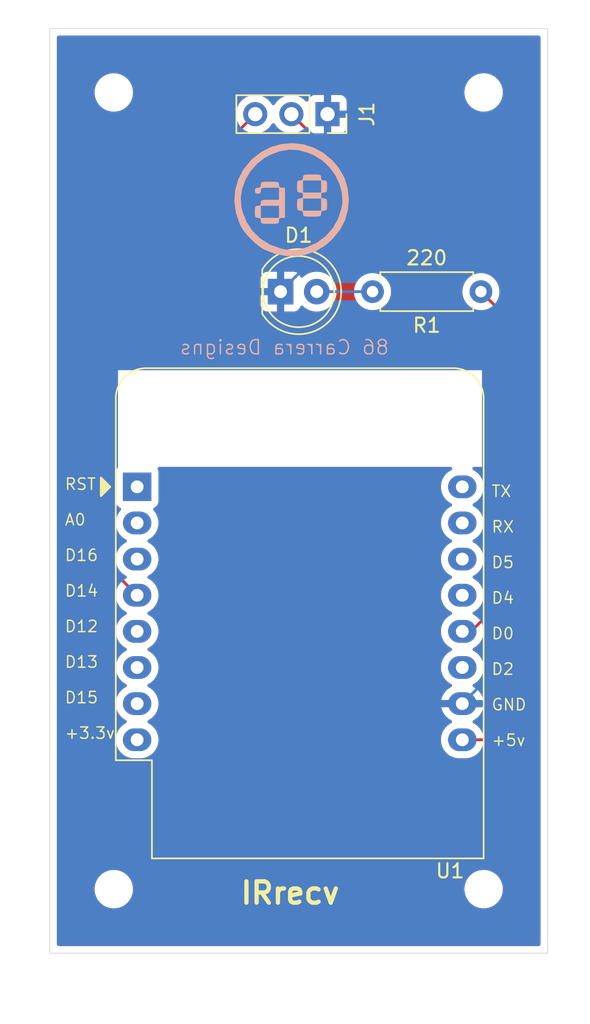
<source format=kicad_pcb>
(kicad_pcb (version 20241229) (generator "pcbnew") (generator_version "9.0")
  (layers (0 "F.Cu" signal) (2 "B.Cu" signal) (13 "F.Paste" user) (15 "B.Paste" user) (5 "F.SilkS" user "F.Silkscreen") (7 "B.SilkS" user "B.Silkscreen") (1 "F.Mask" user) (3 "B.Mask" user) (25 "Edge.Cuts" user))
  (net 0 "")
  (net 1 "GND")
  (net 2 "Net-(D1-A)")
  (net 4 "Net-(J1-Pin_3)")
  (net 5 "Net-(J1-Pin_2)")
  (net 8 "Net-(U1-D0)")
  (footprint "RF_Module:WEMOS_D1_mini_light" (layer "F.Cu") (at 96.14 97.22)
    (property "Reference" "U1" (at 22 27 0) (layer "F.SilkS"))
    (property "Value" "WEMOS_D1_mini_V4")
    (fp_line (start -1.5 19.22) (end -1.5 -6.21) (stroke (width 0.12)) (layer "F.SilkS"))
    (fp_line (start -1.5 19.22) (end 1.04 19.22) (stroke (width 0.12)) (layer "F.SilkS"))
    (fp_line (start 1.04 19.22) (end 1.04 26.12) (stroke (width 0.12)) (layer "F.SilkS"))
    (fp_line (start 1.04 26.12) (end 24.36 26.12) (stroke (width 0.12)) (layer "F.SilkS"))
    (fp_line (start 22.24 -8.34) (end 0.63 -8.34) (stroke (width 0.12)) (layer "F.SilkS"))
    (fp_line (start 24.36 26.12) (end 24.36 -6.21) (stroke (width 0.12)) (layer "F.SilkS"))
    (fp_arc (start -1.5 -6.21) (mid -0.876137 -7.716137) (end 0.63 -8.34) (stroke (width 0.12)) (layer "F.SilkS"))
    (fp_arc (start 22.23 -8.34) (mid 23.736137 -7.716137) (end 24.36 -6.21) (stroke (width 0.12)) (layer "F.SilkS"))
    (fp_poly (pts (xy -2.54 -0.635) (xy -2.54 0.635) (xy -1.905 0)) (stroke (width 0.15)) (fill yes) (layer "F.SilkS"))
    (pad "1" thru_hole rect (at 0 0) (size 2 2) (drill 0.9) (layers "*.Cu" "*.Mask"))
    (pad "2" thru_hole oval (at 0 2.54) (size 2 1.6) (drill 0.9) (layers "*.Cu" "*.Mask"))
    (pad "3" thru_hole oval (at 0 5.08) (size 2 1.6) (drill 0.9) (layers "*.Cu" "*.Mask"))
    (pad "4" thru_hole oval (at 0 7.62) (size 2 1.6) (drill 0.9) (layers "*.Cu" "*.Mask") (net 4 "Net-(J1-Pin_3)"))
    (pad "5" thru_hole oval (at 0 10.16) (size 2 1.6) (drill 0.9) (layers "*.Cu" "*.Mask"))
    (pad "6" thru_hole oval (at 0 12.7) (size 2 1.6) (drill 0.9) (layers "*.Cu" "*.Mask"))
    (pad "7" thru_hole oval (at 0 15.24) (size 2 1.6) (drill 0.9) (layers "*.Cu" "*.Mask"))
    (pad "8" thru_hole oval (at 0 17.78) (size 2 1.6) (drill 0.9) (layers "*.Cu" "*.Mask"))
    (pad "9" thru_hole oval (at 22.86 17.78) (size 2 1.6) (drill 0.9) (layers "*.Cu" "*.Mask") (net 5 "Net-(J1-Pin_2)"))
    (pad "10" thru_hole oval (at 22.86 15.24) (size 2 1.6) (drill 0.9) (layers "*.Cu" "*.Mask") (net 1 "GND"))
    (pad "11" thru_hole oval (at 22.86 12.7) (size 2 1.6) (drill 0.9) (layers "*.Cu" "*.Mask"))
    (pad "12" thru_hole oval (at 22.86 10.16) (size 2 1.6) (drill 0.9) (layers "*.Cu" "*.Mask") (net 8 "Net-(U1-D0)"))
    (pad "13" thru_hole oval (at 22.86 7.62) (size 2 1.6) (drill 0.9) (layers "*.Cu" "*.Mask"))
    (pad "14" thru_hole oval (at 22.86 5.08) (size 2 1.6) (drill 0.9) (layers "*.Cu" "*.Mask"))
    (pad "15" thru_hole oval (at 22.86 2.54) (size 2 1.6) (drill 0.9) (layers "*.Cu" "*.Mask"))
    (pad "16" thru_hole oval (at 22.86 0) (size 2 1.6) (drill 0.9) (layers "*.Cu" "*.Mask"))
    (zone (net 0) (net_name "") (layers "F.Cu" "B.Cu" "Dwgs.User") (name "No Copper") (connect_pads (clearance 0)) (min_thickness 0.25)
      (keepout (tracks not_allowed) (vias not_allowed) (pads not_allowed) (copperpour not_allowed) (footprints not_allowed))
      (fill (thermal_gap 0.5) (thermal_bridge_width 0.5))
      (polygon (pts (xy 94.79 89.02) (xy 120.39 89.02) (xy 120.39 95.82) (xy 94.79 95.82)))
    )
  )
  (footprint "MountingHole:MountingHole_2.2mm_M2_ISO7380" (layer "F.Cu") (at 120.5 125.5)
    (property "Reference" "REF**" (hide yes))
    (property "Value" "MountingHole_2.2mm_M2_ISO7380" (hide yes))
    (pad "" np_thru_hole circle (at 0 0) (size 2.2 2.2) (drill 2.2) (layers "*.Cu" "*.Mask"))
  )
  (footprint "MountingHole:MountingHole_2.2mm_M2_ISO7380" (layer "F.Cu") (at 94.5 125.5)
    (property "Reference" "REF**" (hide yes))
    (property "Value" "MountingHole_2.2mm_M2_ISO7380" (hide yes))
    (pad "" np_thru_hole circle (at 0 0) (size 2.2 2.2) (drill 2.2) (layers "*.Cu" "*.Mask"))
  )
  (footprint "LED_THT:LED_D5.0mm" (layer "F.Cu") (at 106.225 83.5)
    (property "Reference" "D1" (at 1.27 -3.96 0) (layer "F.SilkS"))
    (property "Value" "LED")
    (fp_line (start -1.29 -1.545) (end -1.29 1.545) (stroke (width 0.12)) (layer "F.SilkS"))
    (fp_arc (start -1.29 -1.54483) (mid 2.071756 -2.880501) (end 4.26 -0.000048) (stroke (width 0.12)) (layer "F.SilkS"))
    (fp_arc (start 4.26 0.000048) (mid 2.071756 2.880501) (end -1.29 1.54483) (stroke (width 0.12)) (layer "F.SilkS"))
    (fp_circle (center 1.27 0) (end 3.77 0) (stroke (width 0.12)) (fill no) (layer "F.SilkS"))
    (pad "1" thru_hole rect (at 0 0) (size 1.8 1.8) (drill 0.9) (layers "*.Cu" "*.Mask") (net 1 "GND"))
    (pad "2" thru_hole circle (at 2.54 0) (size 1.8 1.8) (drill 0.9) (layers "*.Cu" "*.Mask") (net 2 "Net-(D1-A)"))
  )
  (footprint "Connector_PinSocket_2.54mm:PinSocket_1x03_P2.54mm_Vertical" (layer "F.Cu") (at 109.525 71.025 -90)
    (property "Reference" "J1" (at 0 -2.77 90) (layer "F.SilkS"))
    (property "Value" "Conn_01x03_Pin" (hide yes))
    (fp_line (start -1.33 6.41) (end 1.33 6.41) (stroke (width 0.12)) (layer "F.SilkS"))
    (fp_line (start -1.33 1.27) (end -1.33 6.41) (stroke (width 0.12)) (layer "F.SilkS"))
    (fp_line (start -1.33 1.27) (end 1.33 1.27) (stroke (width 0.12)) (layer "F.SilkS"))
    (fp_line (start 1.33 1.27) (end 1.33 6.41) (stroke (width 0.12)) (layer "F.SilkS"))
    (fp_line (start 0 -1.33) (end 1.33 -1.33) (stroke (width 0.12)) (layer "F.SilkS"))
    (fp_line (start 1.33 -1.33) (end 1.33 0) (stroke (width 0.12)) (layer "F.SilkS"))
    (pad "1" thru_hole rect (at 0 0 270) (size 1.7 1.7) (drill 1) (layers "*.Cu" "*.Mask") (net 1 "GND"))
    (pad "2" thru_hole oval (at 0 2.54 270) (size 1.7 1.7) (drill 1) (layers "*.Cu" "*.Mask") (net 5 "Net-(J1-Pin_2)"))
    (pad "3" thru_hole oval (at 0 5.08 270) (size 1.7 1.7) (drill 1) (layers "*.Cu" "*.Mask") (net 4 "Net-(J1-Pin_3)"))
  )
  (footprint "Resistor_THT:R_Axial_DIN0207_L6.3mm_D2.5mm_P7.62mm_Horizontal" (layer "F.Cu") (at 120.31 83.5 180)
    (property "Reference" "R1" (at 3.81 -2.37 0) (layer "F.SilkS"))
    (property "Value" "220" (at 3.81 2.37 0) (layer "F.SilkS"))
    (fp_line (start 7.08 1.37) (end 7.08 1.04) (stroke (width 0.12)) (layer "F.SilkS"))
    (fp_line (start 7.08 -1.37) (end 7.08 -1.04) (stroke (width 0.12)) (layer "F.SilkS"))
    (fp_line (start 0.54 1.37) (end 7.08 1.37) (stroke (width 0.12)) (layer "F.SilkS"))
    (fp_line (start 0.54 1.04) (end 0.54 1.37) (stroke (width 0.12)) (layer "F.SilkS"))
    (fp_line (start 0.54 -1.04) (end 0.54 -1.37) (stroke (width 0.12)) (layer "F.SilkS"))
    (fp_line (start 0.54 -1.37) (end 7.08 -1.37) (stroke (width 0.12)) (layer "F.SilkS"))
    (pad "1" thru_hole circle (at 0 0 180) (size 1.6 1.6) (drill 0.8) (layers "*.Cu" "*.Mask") (net 8 "Net-(U1-D0)"))
    (pad "2" thru_hole oval (at 7.62 0 180) (size 1.6 1.6) (drill 0.8) (layers "*.Cu" "*.Mask") (net 2 "Net-(D1-A)"))
  )
  (footprint "MountingHole:MountingHole_2.2mm_M2_ISO7380" (layer "F.Cu") (at 94.5 69.5)
    (property "Reference" "REF**" (hide yes))
    (property "Value" "MountingHole_2.2mm_M2_ISO7380" (hide yes))
    (pad "" np_thru_hole circle (at 0 0) (size 2.2 2.2) (drill 2.2) (layers "*.Cu" "*.Mask"))
  )
  (footprint "MountingHole:MountingHole_2.2mm_M2_ISO7380" (layer "F.Cu") (at 120.5 69.5)
    (property "Reference" "REF**" (hide yes))
    (property "Value" "MountingHole_2.2mm_M2_ISO7380" (hide yes))
    (pad "" np_thru_hole circle (at 0 0) (size 2.2 2.2) (drill 2.2) (layers "*.Cu" "*.Mask"))
  )
  (footprint "86CarreraLogo:86CarreraLogo" (layer "B.Cu") (at 107 77 180)
    (property "Reference" "G***" (hide yes))
    (property "Value" "LOGO" (hide yes))
    (fp_poly (pts (xy 0.699115 3.879932) (xy 1.439804 3.671204) (xy 2.140869 3.315541) (xy 2.781677 2.812944) (xy 2.876583 2.719556) (xy 3.393461 2.081476) (xy 3.759027 1.379358) (xy 3.970653 0.630199) (xy 4.025713 -0.149006) (xy 3.921578 -0.941261) (xy 3.655622 -1.729568) (xy 3.587058 -1.876517) (xy 3.357086 -2.242673) (xy 3.024134 -2.641884) (xy 2.634632 -3.027515) (xy 2.235008 -3.35293) (xy 1.925206 -3.545759) (xy 1.183091 -3.837597) (xy 0.401282 -3.991541) (xy -0.380095 -4.002912) (xy -1.035936 -3.891144) (xy -1.768792 -3.618611) (xy -2.420838 -3.210877) (xy -2.876584 -2.804221) (xy -3.398331 -2.168787) (xy -3.760167 -1.480442) (xy -3.965537 -0.730855) (xy -4.005277 -0.225285) (xy -3.569574 -0.225285) (xy -3.522962 -0.571275) (xy -3.282353 -1.344814) (xy -2.904802 -2.023555) (xy -2.400201 -2.597047) (xy -1.778439 -3.054838) (xy -1.049407 -3.386476) (xy -0.781936 -3.467811) (xy -0.280372 -3.5701) (xy 0.172915 -3.578122) (xy 0.666225 -3.49212) (xy 0.745633 -3.472038) (xy 1.516355 -3.191123) (xy 2.18062 -2.782127) (xy 2.729769 -2.254093) (xy 3.155143 -1.616066) (xy 3.448083 -0.877088) (xy 3.522961 -0.571275) (xy 3.574097 0.07861) (xy 3.474305 0.73743) (xy 3.238154 1.378285) (xy 2.880214 1.974275) (xy 2.415054 2.498499) (xy 1.857246 2.924057) (xy 1.536095 3.097102) (xy 0.835692 3.364241) (xy 0.176614 3.480427) (xy -0.474292 3.445613) (xy -1.15018 3.259755) (xy -1.545277 3.092807) (xy -2.137223 2.732706) (xy -2.647264 2.258535) (xy -3.060458 1.697972) (xy -3.361868 1.078695) (xy -3.536553 0.428383) (xy -3.569574 -0.225285) (xy -4.005277 -0.225285) (xy -4.019658 -0.042333) (xy -3.944033 0.7656) (xy -3.714862 1.505242) (xy -3.328697 2.184922) (xy -2.876584 2.719556) (xy -2.24725 3.2455) (xy -1.554381 3.62451) (xy -0.81861 3.856585) (xy -0.060567 3.941726)) (fill yes) (layer "B.SilkS"))
    (fp_poly (pts (xy 1.846987 1.22503) (xy 2.036315 1.20919) (xy 2.127651 1.168258) (xy 2.156665 1.090345) (xy 2.158999 1.016001) (xy 2.193969 0.854879) (xy 2.331659 0.805228) (xy 2.370666 0.804334) (xy 2.531788 0.769365) (xy 2.581439 0.631674) (xy 2.582333 0.592667) (xy 2.547363 0.431546) (xy 2.409673 0.381895) (xy 2.370666 0.381001) (xy 2.209544 0.41597) (xy 2.159893 0.553661) (xy 2.158999 0.592667) (xy 2.151085 0.70033) (xy 2.103565 0.763439) (xy 1.980771 0.793885) (xy 1.747033 0.803556) (xy 1.523999 0.804334) (xy 0.888999 0.804334) (xy 0.888999 0.381001) (xy 0.888999 -0.042333) (xy 1.523999 -0.042333) (xy 1.846987 -0.04497) (xy 2.036315 -0.06081) (xy 2.127651 -0.101742) (xy 2.156665 -0.179655) (xy 2.158999 -0.253999) (xy 2.193969 -0.415121) (xy 2.331659 -0.464772) (xy 2.370666 -0.465666) (xy 2.496288 -0.479391) (xy 2.558958 -0.549436) (xy 2.580327 -0.719106) (xy 2.582333 -0.888999) (xy 2.57547 -1.140243) (xy 2.540447 -1.265583) (xy 2.455613 -1.308322) (xy 2.370666 -1.312333) (xy 2.209544 -1.347302) (xy 2.159893 -1.484992) (xy 2.158999 -1.523999) (xy 2.151085 -1.631662) (xy 2.103565 -1.694771) (xy 1.980771 -1.725216) (xy 1.747033 -1.734888) (xy 1.523999 -1.735666) (xy 1.201012 -1.733028) (xy 1.011684 -1.717188) (xy 0.920347 -1.676256) (xy 0.891333 -1.598344) (xy 0.888999 -1.523999) (xy 0.85403 -1.362877) (xy 0.716339 -1.313226) (xy 0.677333 -1.312333) (xy 0.465666 -1.312333) (xy 0.465666 -0.888999) (xy 0.888999 -0.888999) (xy 0.888999 -1.312333) (xy 1.523999 -1.312333) (xy 2.158999 -1.312333) (xy 2.158999 -0.888999) (xy 2.158999 -0.465666) (xy 1.523999 -0.465666) (xy 0.888999 -0.465666) (xy 0.888999 -0.888999) (xy 0.465666 -0.888999) (xy 0.465666 -0.253999) (xy 0.465666 0.804334) (xy 0.677333 0.804334) (xy 0.838454 0.839304) (xy 0.888105 0.976994) (xy 0.888999 1.016001) (xy 0.896913 1.123663) (xy 0.944433 1.186773) (xy 1.067228 1.217218) (xy 1.300966 1.226889) (xy 1.523999 1.227667)) (fill yes) (layer "B.SilkS"))
    (fp_poly (pts (xy -1.116347 1.73303) (xy -0.927019 1.71719) (xy -0.835682 1.676258) (xy -0.806668 1.598345) (xy -0.804334 1.524001) (xy -0.769365 1.362879) (xy -0.631674 1.313228) (xy -0.592667 1.312334) (xy -0.467045 1.298609) (xy -0.404376 1.228564) (xy -0.383006 1.058894) (xy -0.381001 0.889001) (xy -0.387863 0.637757) (xy -0.422886 0.512417) (xy -0.507721 0.469678) (xy -0.592667 0.465667) (xy -0.753789 0.430698) (xy -0.80344 0.293008) (xy -0.804334 0.254001) (xy -0.769365 0.092879) (xy -0.631674 0.043228) (xy -0.592667 0.042334) (xy -0.467045 0.028609) (xy -0.404376 -0.041436) (xy -0.383006 -0.211106) (xy -0.381001 -0.380999) (xy -0.387863 -0.632243) (xy -0.422886 -0.757583) (xy -0.507721 -0.800322) (xy -0.592667 -0.804333) (xy -0.753789 -0.839302) (xy -0.80344 -0.976992) (xy -0.804334 -1.015999) (xy -0.812248 -1.123662) (xy -0.859768 -1.186771) (xy -0.982563 -1.217216) (xy -1.216301 -1.226888) (xy -1.439334 -1.227666) (xy -1.762322 -1.225028) (xy -1.95165 -1.209188) (xy -2.042986 -1.168256) (xy -2.072 -1.090344) (xy -2.074334 -1.015999) (xy -2.109304 -0.854877) (xy -2.246994 -0.805226) (xy -2.286001 -0.804333) (xy -2.411623 -0.790607) (xy -2.474293 -0.720562) (xy -2.495662 -0.550893) (xy -2.497667 -0.380999) (xy -2.074334 -0.380999) (xy -2.074334 -0.804333) (xy -1.439334 -0.804333) (xy -0.804334 -0.804333) (xy -0.804334 -0.380999) (xy -0.804334 0.042334) (xy -1.439334 0.042334) (xy -2.074334 0.042334) (xy -2.074334 -0.380999) (xy -2.497667 -0.380999) (xy -2.490805 -0.129755) (xy -2.455782 -0.004415) (xy -2.370948 0.038324) (xy -2.286001 0.042334) (xy -2.124879 0.077304) (xy -2.075228 0.214994) (xy -2.074334 0.254001) (xy -2.109304 0.415123) (xy -2.246994 0.464774) (xy -2.286001 0.465667) (xy -2.411623 0.479393) (xy -2.474293 0.549438) (xy -2.495662 0.719107) (xy -2.497667 0.889001) (xy -2.074334 0.889001) (xy -2.074334 0.465667) (xy -1.439334 0.465667) (xy -0.804334 0.465667) (xy -0.804334 0.889001) (xy -0.804334 1.312334) (xy -1.439334 1.312334) (xy -2.074334 1.312334) (xy -2.074334 0.889001) (xy -2.497667 0.889001) (xy -2.490805 1.140245) (xy -2.455782 1.265585) (xy -2.370948 1.308324) (xy -2.286001 1.312334) (xy -2.124879 1.347304) (xy -2.075228 1.484994) (xy -2.074334 1.524001) (xy -2.06642 1.631663) (xy -2.0189 1.694773) (xy -1.896106 1.725218) (xy -1.662368 1.734889) (xy -1.439334 1.735667)) (fill yes) (layer "B.SilkS"))
  )
  (gr_rect (start 90 65) (end 125 130) (stroke (width 0.05)) (fill no) (layer "Edge.Cuts"))
  (gr_text "D4" (at 121 105.5 0) (layer "F.SilkS") (effects (font (size 0.8 0.8) (thickness 0.1)) (justify left bottom)))
  (gr_text "TX" (at 121 98 0) (layer "F.SilkS") (effects (font (size 0.8 0.8) (thickness 0.1)) (justify left bottom)))
  (gr_text "A0" (at 91 100 0) (layer "F.SilkS") (effects (font (size 0.8 0.8) (thickness 0.1)) (justify left bottom)))
  (gr_text "RST" (at 91 97.5 0) (layer "F.SilkS") (effects (font (size 0.8 0.8) (thickness 0.1)) (justify left bottom)))
  (gr_text "RX" (at 121 100.5 0) (layer "F.SilkS") (effects (font (size 0.8 0.8) (thickness 0.1)) (justify left bottom)))
  (gr_text "IRrecv" (at 103.271429 126.65 0) (layer "F.SilkS") (effects (font (size 1.5 1.5) (thickness 0.3) (bold yes)) (justify left bottom)))
  (gr_text "D14" (at 91 105 0) (layer "F.SilkS") (effects (font (size 0.8 0.8) (thickness 0.1)) (justify left bottom)))
  (gr_text "D12" (at 91 107.5 0) (layer "F.SilkS") (effects (font (size 0.8 0.8) (thickness 0.1)) (justify left bottom)))
  (gr_text "+3.3v" (at 91 115 0) (layer "F.SilkS") (effects (font (size 0.8 0.8) (thickness 0.1)) (justify left bottom)))
  (gr_text "D16" (at 91 102.5 0) (layer "F.SilkS") (effects (font (size 0.8 0.8) (thickness 0.1)) (justify left bottom)))
  (gr_text "D0" (at 121 108 0) (layer "F.SilkS") (effects (font (size 0.8 0.8) (thickness 0.1)) (justify left bottom)))
  (gr_text "GND" (at 121 113 0) (layer "F.SilkS") (effects (font (size 0.8 0.8) (thickness 0.1)) (justify left bottom)))
  (gr_text "D2" (at 121 110.5 0) (layer "F.SilkS") (effects (font (size 0.8 0.8) (thickness 0.1)) (justify left bottom)))
  (gr_text "D13" (at 91 110 0) (layer "F.SilkS") (effects (font (size 0.8 0.8) (thickness 0.1)) (justify left bottom)))
  (gr_text "D5" (at 121 103 0) (layer "F.SilkS") (effects (font (size 0.8 0.8) (thickness 0.1)) (justify left bottom)))
  (gr_text "D15" (at 91 112.5 0) (layer "F.SilkS") (effects (font (size 0.8 0.8) (thickness 0.1)) (justify left bottom)))
  (gr_text "+5v" (at 121 115.5 0) (layer "F.SilkS") (effects (font (size 0.8 0.8) (thickness 0.1)) (justify left bottom)))
  (gr_text "86 Carrera Designs" (at 113.915 88 0) (layer "B.SilkS") (effects (font (size 1 1) (thickness 0.1)) (justify left bottom mirror)))
  (segment (start 106.225 85.225) (end 108.5 87.5) (width 0.2) (layer "B.Cu") (net 1))
  (segment (start 121.5 109.96) (end 119 112.46) (width 0.2) (layer "B.Cu") (net 1))
  (segment (start 109.525 71.025) (end 109.525 80.2) (width 0.2) (layer "B.Cu") (net 1))
  (segment (start 109.525 80.2) (end 106.225 83.5) (width 0.2) (layer "B.Cu") (net 1))
  (segment (start 108.5 87.5) (end 120 87.5) (width 0.2) (layer "B.Cu") (net 1))
  (segment (start 106.225 83.5) (end 106.225 85.225) (width 0.2) (layer "B.Cu") (net 1))
  (segment (start 120 87.5) (end 121.5 89) (width 0.2) (layer "B.Cu") (net 1))
  (segment (start 121.5 89) (end 121.5 109.96) (width 0.2) (layer "B.Cu") (net 1))
  (segment (start 108.765 83.5) (end 112.69 83.5) (width 0.2) (layer "B.Cu") (net 2))
  (segment (start 93.5 102.2) (end 93.5 81.97) (width 0.2) (layer "F.Cu") (net 4))
  (segment (start 96.14 104.84) (end 93.5 102.2) (width 0.2) (layer "F.Cu") (net 4))
  (segment (start 93.5 81.97) (end 104.445 71.025) (width 0.2) (layer "F.Cu") (net 4))
  (segment (start 115.5 75) (end 110.96 75) (width 0.2) (layer "F.Cu") (net 5))
  (segment (start 123.5 112.5) (end 123.5 83) (width 0.2) (layer "F.Cu") (net 5))
  (segment (start 119 115) (end 121 115) (width 0.2) (layer "F.Cu") (net 5))
  (segment (start 121 115) (end 123.5 112.5) (width 0.2) (layer "F.Cu") (net 5))
  (segment (start 123.5 83) (end 115.5 75) (width 0.2) (layer "F.Cu") (net 5))
  (segment (start 110.96 75) (end 106.985 71.025) (width 0.2) (layer "F.Cu") (net 5))
  (segment (start 122.5 104.5) (end 122.5 85.69) (width 0.2) (layer "F.Cu") (net 8))
  (segment (start 119.62 107.38) (end 122.5 104.5) (width 0.2) (layer "F.Cu") (net 8))
  (segment (start 122.5 85.69) (end 120.31 83.5) (width 0.2) (layer "F.Cu") (net 8))
  (segment (start 119 107.38) (end 119.62 107.38) (width 0.2) (layer "F.Cu") (net 8))
  (zone (net 1) (net_name "GND") (layers "F.Cu" "B.Cu") (connect_pads (clearance 0.5)) (min_thickness 0.25) (fill yes (thermal_gap 0.5) (thermal_bridge_width 0.5))
    (polygon (pts (xy 86.5 63) (xy 128 63) (xy 128 134.5) (xy 86.5 135)))
  )
)
</source>
